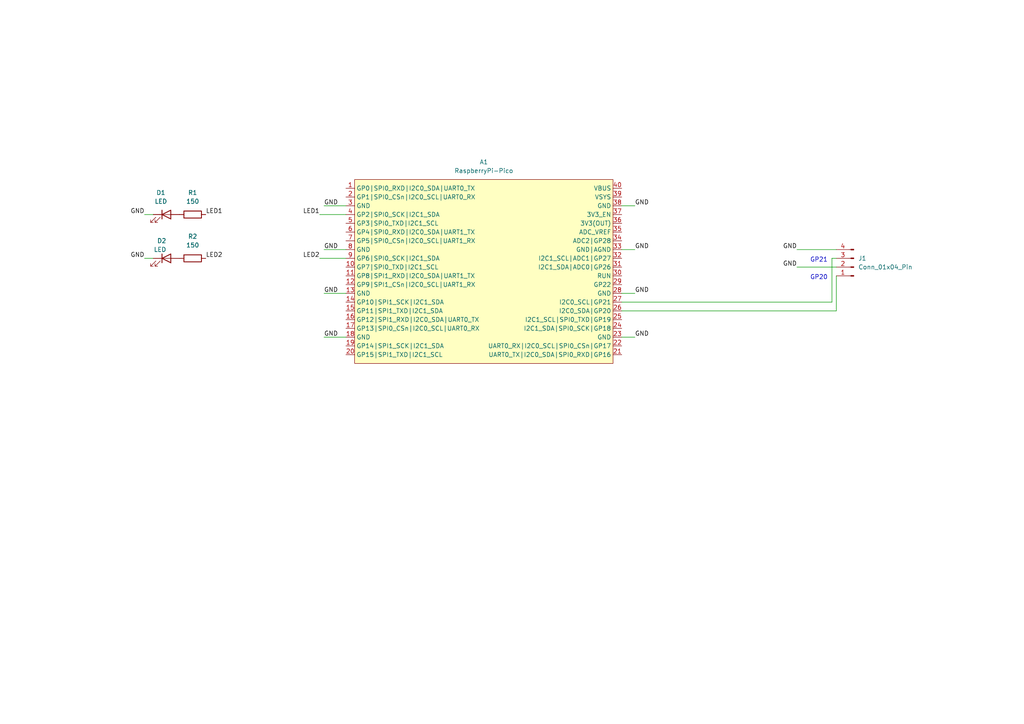
<source format=kicad_sch>
(kicad_sch (version 20230121) (generator eeschema)
  (paper "A4")
  (lib_symbols
    (symbol "Connector:Conn_01x04_Pin" (pin_names (offset 1.016) hide)
      (property "Reference" "J" (at 0 5.08 0))
      (property "Value" "Conn_01x04_Pin" (at 0 -7.62 0))
      (symbol "Conn_01x04_Pin_1_1"
        (polyline (pts (xy 1.27 -5.08) (xy 0.8636 -5.08)) (stroke (width 0.1524)))
        (polyline (pts (xy 1.27 -2.54) (xy 0.8636 -2.54)) (stroke (width 0.1524)))
        (polyline (pts (xy 1.27 0) (xy 0.8636 0)) (stroke (width 0.1524)))
        (polyline (pts (xy 1.27 2.54) (xy 0.8636 2.54)) (stroke (width 0.1524)))
        (rectangle (start 0.8636 -4.953) (end 0 -5.207) (stroke (width 0.1524)) (fill (type outline)))
        (rectangle (start 0.8636 -2.413) (end 0 -2.667) (stroke (width 0.1524)) (fill (type outline)))
        (rectangle (start 0.8636 0.127) (end 0 -0.127) (stroke (width 0.1524)) (fill (type outline)))
        (rectangle (start 0.8636 2.667) (end 0 2.413) (stroke (width 0.1524)) (fill (type outline)))
        (pin passive line (at 5.08 2.54 180) (length 3.81) (name "Pin_1") (number "1"))
        (pin passive line (at 5.08 0 180) (length 3.81) (name "Pin_2") (number "2"))
        (pin passive line (at 5.08 -2.54 180) (length 3.81) (name "Pin_3") (number "3"))
        (pin passive line (at 5.08 -5.08 180) (length 3.81) (name "Pin_4") (number "4"))
      )
    )
    (symbol "Device:LED" (pin_numbers hide) (pin_names (offset 1.016) hide)
      (property "Reference" "D" (at 0 2.54 0))
      (property "Value" "LED" (at 0 -2.54 0))
      (symbol "LED_0_1"
        (polyline (pts (xy -1.27 -1.27) (xy -1.27 1.27)) (stroke (width 0.254)))
        (polyline (pts (xy -1.27 0) (xy 1.27 0)))
        (polyline (pts (xy 1.27 -1.27) (xy 1.27 1.27) (xy -1.27 0) (xy 1.27 -1.27)) (stroke (width 0.254)))
        (polyline (pts (xy -3.048 -0.762) (xy -4.572 -2.286) (xy -3.81 -2.286) (xy -4.572 -2.286) (xy -4.572 -1.524)))
        (polyline (pts (xy -1.778 -0.762) (xy -3.302 -2.286) (xy -2.54 -2.286) (xy -3.302 -2.286) (xy -3.302 -1.524)))
      )
      (symbol "LED_1_1"
        (pin passive line (at -3.81 0 0) (length 2.54) (name "K") (number "1"))
        (pin passive line (at 3.81 0 180) (length 2.54) (name "A") (number "2"))
      )
    )
    (symbol "Device:R" (pin_numbers hide) (pin_names (offset 0))
      (property "Reference" "R" (at 2.032 0 90))
      (property "Value" "R" (at 0 0 90))
      (symbol "R_0_1"
        (rectangle (start -1.016 -2.54) (end 1.016 2.54) (stroke (width 0.254)))
      )
      (symbol "R_1_1"
        (pin passive line (at 0 3.81 270) (length 1.27) (name "~") (number "1"))
        (pin passive line (at 0 -3.81 90) (length 1.27) (name "~") (number "2"))
      )
    )
    (symbol "twyleg-board-connectors:RaspberryPi-Pico"
      (property "Reference" "A" (at 0 5.08 0))
      (property "Value" "RaspberryPi-Pico" (at 0 2.54 0))
      (symbol "RaspberryPi-Pico_1_1"
        (rectangle (start -36.83 0) (end 38.1 -53.34) (fill (type background)))
        (pin bidirectional line (at -39.37 -2.54 0) (length 2.54) (name "GP0|SPI0_RXD|I2C0_SDA|UART0_TX") (number "1"))
        (pin bidirectional line (at -39.37 -25.4 0) (length 2.54) (name "GP7|SPI0_TXD|I2C1_SCL") (number "10"))
        (pin bidirectional line (at -39.37 -27.94 0) (length 2.54) (name "GP8|SPI1_RXD|I2C0_SDA|UART1_TX") (number "11"))
        (pin bidirectional line (at -39.37 -30.48 0) (length 2.54) (name "GP9|SPI1_CSn|I2C0_SCL|UART1_RX") (number "12"))
        (pin power_in line (at -39.37 -33.02 0) (length 2.54) (name "GND") (number "13"))
        (pin bidirectional line (at -39.37 -35.56 0) (length 2.54) (name "GP10|SPI1_SCK|I2C1_SDA") (number "14"))
        (pin bidirectional line (at -39.37 -38.1 0) (length 2.54) (name "GP11|SPI1_TXD|I2C1_SDA") (number "15"))
        (pin bidirectional line (at -39.37 -40.64 0) (length 2.54) (name "GP12|SPI1_RXD|I2C0_SDA|UART0_TX") (number "16"))
        (pin bidirectional line (at -39.37 -43.18 0) (length 2.54) (name "GP13|SPI0_CSn|I2C0_SCL|UART0_RX") (number "17"))
        (pin power_in line (at -39.37 -45.72 0) (length 2.54) (name "GND") (number "18"))
        (pin bidirectional line (at -39.37 -48.26 0) (length 2.54) (name "GP14|SPI1_SCK|I2C1_SDA") (number "19"))
        (pin bidirectional line (at -39.37 -5.08 0) (length 2.54) (name "GP1|SPI0_CSn|I2C0_SCL|UART0_RX") (number "2"))
        (pin bidirectional line (at -39.37 -50.8 0) (length 2.54) (name "GP15|SPI1_TXD|I2C1_SCL") (number "20"))
        (pin bidirectional line (at 40.64 -50.8 180) (length 2.54) (name "UART0_TX|I2C0_SDA|SPI0_RXD|GP16") (number "21"))
        (pin bidirectional line (at 40.64 -48.26 180) (length 2.54) (name "UART0_RX|I2C0_SCL|SPI0_CSn|GP17") (number "22"))
        (pin power_in line (at 40.64 -45.72 180) (length 2.54) (name "GND") (number "23"))
        (pin bidirectional line (at 40.64 -43.18 180) (length 2.54) (name "I2C1_SDA|SPI0_SCK|GP18") (number "24"))
        (pin bidirectional line (at 40.64 -40.64 180) (length 2.54) (name "I2C1_SCL|SPI0_TXD|GP19") (number "25"))
        (pin bidirectional line (at 40.64 -38.1 180) (length 2.54) (name "I2C0_SDA|GP20") (number "26"))
        (pin bidirectional line (at 40.64 -35.56 180) (length 2.54) (name "I2C0_SCL|GP21") (number "27"))
        (pin power_in line (at 40.64 -33.02 180) (length 2.54) (name "GND") (number "28"))
        (pin bidirectional line (at 40.64 -30.48 180) (length 2.54) (name "GP22") (number "29"))
        (pin power_in line (at -39.37 -7.62 0) (length 2.54) (name "GND") (number "3"))
        (pin input line (at 40.64 -27.94 180) (length 2.54) (name "RUN") (number "30"))
        (pin bidirectional line (at 40.64 -25.4 180) (length 2.54) (name "I2C1_SDA|ADC0|GP26") (number "31"))
        (pin bidirectional line (at 40.64 -22.86 180) (length 2.54) (name "I2C1_SCL|ADC1|GP27") (number "32"))
        (pin input line (at 40.64 -20.32 180) (length 2.54) (name "GND|AGND") (number "33"))
        (pin bidirectional line (at 40.64 -17.78 180) (length 2.54) (name "ADC2|GP28") (number "34"))
        (pin input line (at 40.64 -15.24 180) (length 2.54) (name "ADC_VREF") (number "35"))
        (pin power_out line (at 40.64 -12.7 180) (length 2.54) (name "3V3(OUT)") (number "36"))
        (pin input line (at 40.64 -10.16 180) (length 2.54) (name "3V3_EN") (number "37"))
        (pin power_in line (at 40.64 -7.62 180) (length 2.54) (name "GND") (number "38"))
        (pin power_in line (at 40.64 -5.08 180) (length 2.54) (name "VSYS") (number "39"))
        (pin bidirectional line (at -39.37 -10.16 0) (length 2.54) (name "GP2|SPI0_SCK|I2C1_SDA") (number "4"))
        (pin power_out line (at 40.64 -2.54 180) (length 2.54) (name "VBUS") (number "40"))
        (pin bidirectional line (at -39.37 -12.7 0) (length 2.54) (name "GP3|SPI0_TXD|I2C1_SCL") (number "5"))
        (pin bidirectional line (at -39.37 -15.24 0) (length 2.54) (name "GP4|SPI0_RXD|I2C0_SDA|UART1_TX") (number "6"))
        (pin bidirectional line (at -39.37 -17.78 0) (length 2.54) (name "GP5|SPI0_CSn|I2C0_SCL|UART1_RX") (number "7"))
        (pin power_in line (at -39.37 -20.32 0) (length 2.54) (name "GND") (number "8"))
        (pin bidirectional line (at -39.37 -22.86 0) (length 2.54) (name "GP6|SPI0_SCK|I2C1_SDA") (number "9"))
      )
    )
  )
  (wire (pts (xy 93.98 85.09) (xy 100.33 85.09)))
  (wire (pts (xy 92.71 62.23) (xy 100.33 62.23)))
  (wire (pts (xy 241.3 87.63) (xy 241.3 74.93)))
  (wire (pts (xy 44.45 62.23) (xy 41.91 62.23)))
  (wire (pts (xy 180.34 87.63) (xy 241.3 87.63)))
  (wire (pts (xy 93.98 72.39) (xy 100.33 72.39)))
  (wire (pts (xy 231.14 72.39) (xy 242.57 72.39)))
  (wire (pts (xy 93.98 97.79) (xy 100.33 97.79)))
  (wire (pts (xy 231.14 77.47) (xy 242.57 77.47)))
  (wire (pts (xy 180.34 59.69) (xy 184.15 59.69)))
  (wire (pts (xy 180.34 97.79) (xy 184.15 97.79)))
  (wire (pts (xy 180.34 85.09) (xy 184.15 85.09)))
  (wire (pts (xy 180.34 90.17) (xy 242.57 90.17)))
  (wire (pts (xy 180.34 72.39) (xy 184.15 72.39)))
  (wire (pts (xy 241.3 74.93) (xy 242.57 74.93)))
  (wire (pts (xy 44.45 74.93) (xy 41.91 74.93)))
  (wire (pts (xy 93.98 59.69) (xy 100.33 59.69)))
  (wire (pts (xy 92.71 74.93) (xy 100.33 74.93)))
  (wire (pts (xy 242.57 90.17) (xy 242.57 80.01)))
  (text "GP20" (at 234.95 81.28 0) (effects (font (size 1.27 1.27)) (justify left bottom)))
  (text "GP21" (at 234.95 76.2 0) (effects (font (size 1.27 1.27)) (justify left bottom)))
  (label "GND" (at 41.91 62.23 180))
  (label "GND" (at 93.98 72.39 0))
  (label "GND" (at 184.15 85.09 0))
  (label "GND" (at 184.15 97.79 0))
  (label "GND" (at 93.98 59.69 0))
  (label "LED1" (at 92.71 62.23 180))
  (label "GND" (at 184.15 59.69 0))
  (label "LED2" (at 59.69 74.93 0))
  (label "GND" (at 41.91 74.93 180))
  (label "GND" (at 93.98 85.09 0))
  (label "GND" (at 231.14 77.47 180))
  (label "GND" (at 184.15 72.39 0))
  (label "GND" (at 231.14 72.39 180))
  (label "LED1" (at 59.69 62.23 0))
  (label "GND" (at 93.98 97.79 0))
  (label "LED2" (at 92.71 74.93 180))
  (symbol (lib_id "twyleg-board-connectors:RaspberryPi-Pico") (at 139.7 52.07 0) (unit 1)
    (property "Reference" "A1" (at 140.335 46.99 0))
    (property "Value" "RaspberryPi-Pico" (at 140.335 49.53 0))
    (property "Footprint" "twyleg-board-connectors:RaspberryPiPico-THT-Dev" (effects hide))
  )
  (symbol (lib_id "Device:LED") (at 48.26 74.93 0) (unit 1)
    (property "Reference" "D2" (at 48.26 69.85 0) (effects (justify right)))
    (property "Value" "LED" (at 48.26 72.39 0) (effects (justify right)))
    (property "Footprint" "LED_THT:LED_D3.0mm" (effects hide))
  )
  (symbol (lib_id "Connector:Conn_01x04_Pin") (at 247.65 77.47 180) (unit 1)
    (property "Reference" "J1" (at 248.92 74.93 0) (effects (justify right)))
    (property "Value" "Conn_01x04_Pin" (at 248.92 77.47 0) (effects (justify right)))
    (property "Footprint" "Connector_PinSocket_2.54mm:PinSocket_1x04_P2.54mm_Vertical" (effects hide))
  )
  (symbol (lib_id "Device:R") (at 55.88 62.23 90) (unit 1)
    (property "Reference" "R1" (at 55.88 55.88 90))
    (property "Value" "150" (at 55.88 58.42 90))
    (property "Footprint" "Resistor_THT:R_Axial_DIN0204_L3.6mm_D1.6mm_P5.08mm_Horizontal" (effects hide))
  )
  (symbol (lib_id "Device:R") (at 55.88 74.93 90) (unit 1)
    (property "Reference" "R2" (at 55.88 68.58 90))
    (property "Value" "150" (at 55.88 71.12 90))
    (property "Footprint" "Resistor_THT:R_Axial_DIN0204_L3.6mm_D1.6mm_P5.08mm_Horizontal" (effects hide))
  )
  (symbol (lib_id "Device:LED") (at 48.26 62.23 0) (unit 1)
    (property "Reference" "D1" (at 46.6725 55.88 0))
    (property "Value" "LED" (at 46.6725 58.42 0))
    (property "Footprint" "LED_THT:LED_D3.0mm" (effects hide))
  )
)
</source>
